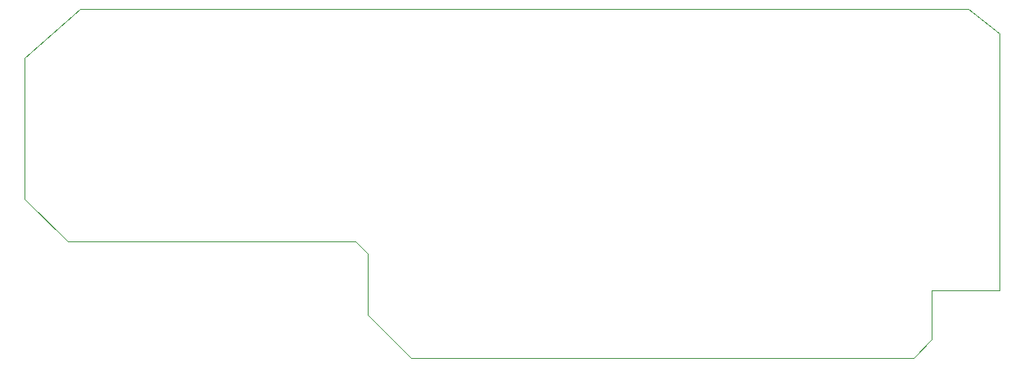
<source format=gbr>
G04 #@! TF.FileFunction,Profile,NP*
%FSLAX46Y46*%
G04 Gerber Fmt 4.6, Leading zero omitted, Abs format (unit mm)*
G04 Created by KiCad (PCBNEW 4.0.2-stable) date Friday, 05 August 2016 'pmt' 17:35:23*
%MOMM*%
G01*
G04 APERTURE LIST*
%ADD10C,0.100000*%
G04 APERTURE END LIST*
D10*
X224790000Y-96520000D02*
X231775000Y-96520000D01*
X224790000Y-101600000D02*
X224790000Y-96520000D01*
X222885000Y-103505000D02*
X224790000Y-101600000D01*
X222250000Y-103505000D02*
X222885000Y-103505000D01*
X201295000Y-103505000D02*
X222250000Y-103505000D01*
X187960000Y-103505000D02*
X201295000Y-103505000D01*
X170815000Y-103505000D02*
X187960000Y-103505000D01*
X166370000Y-99060000D02*
X170815000Y-103505000D01*
X165100000Y-91440000D02*
X157480000Y-91440000D01*
X166370000Y-92710000D02*
X166370000Y-99060000D01*
X165100000Y-91440000D02*
X166370000Y-92710000D01*
X135255000Y-91440000D02*
X157480000Y-91440000D01*
X130810000Y-86995000D02*
X130810000Y-72390000D01*
X135255000Y-91440000D02*
X130810000Y-86995000D01*
X231775000Y-69850000D02*
X231775000Y-96520000D01*
X228600000Y-67310000D02*
X231775000Y-69850000D01*
X136525000Y-67310000D02*
X228600000Y-67310000D01*
X130810000Y-72390000D02*
X136525000Y-67310000D01*
M02*

</source>
